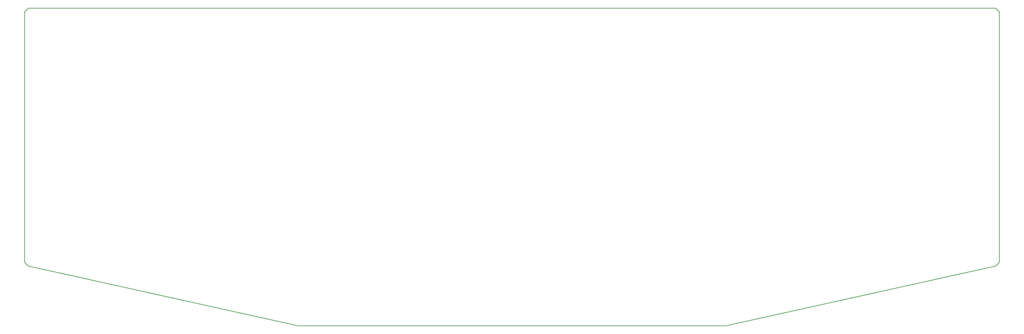
<source format=gbr>
G04 #@! TF.GenerationSoftware,KiCad,Pcbnew,7.0.10*
G04 #@! TF.CreationDate,2024-03-22T12:38:25+09:00*
G04 #@! TF.ProjectId,first_keyboard,66697273-745f-46b6-9579-626f6172642e,rev?*
G04 #@! TF.SameCoordinates,Original*
G04 #@! TF.FileFunction,Profile,NP*
%FSLAX46Y46*%
G04 Gerber Fmt 4.6, Leading zero omitted, Abs format (unit mm)*
G04 Created by KiCad (PCBNEW 7.0.10) date 2024-03-22 12:38:25*
%MOMM*%
%LPD*%
G01*
G04 APERTURE LIST*
G04 #@! TA.AperFunction,Profile*
%ADD10C,0.200000*%
G04 #@! TD*
G04 APERTURE END LIST*
D10*
X282368750Y-100012500D02*
X207168750Y-116681250D01*
X283368750Y-29075000D02*
X283368750Y-99012500D01*
X283368750Y-99012500D02*
X282368750Y-100012500D01*
X282368750Y-28075000D02*
X283368750Y-29075000D01*
X11906250Y-99012500D02*
X11906250Y-29075000D01*
X207168750Y-116681250D02*
X88106250Y-116681250D01*
X88106250Y-116681250D02*
X12906250Y-100012500D01*
X12906250Y-28075000D02*
X282368750Y-28075000D01*
X12906250Y-28075000D02*
X11906250Y-29075000D01*
X11906250Y-99012500D02*
X12906250Y-100012500D01*
M02*

</source>
